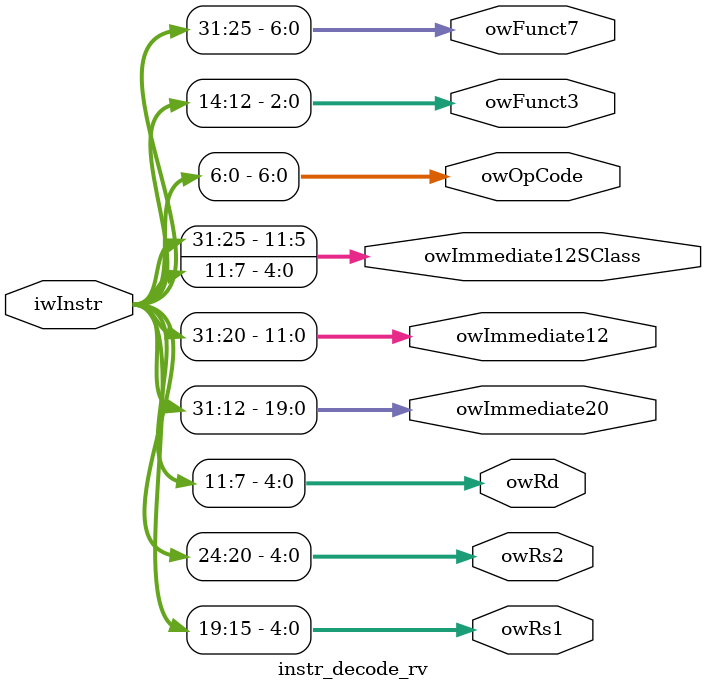
<source format=v>
module instr_decode_rv(
	input wire [31:0]iwInstr,

	output wire [4:0]owRs1,
	output wire [4:0]owRs2,
	output wire [4:0]owRd,

	output wire [19:0]owImmediate20,
	output wire [11:0]owImmediate12,
	output wire [11:0]owImmediate12SClass,

	output wire [6:0]owOpCode,
	output wire [2:0]owFunct3,
	output wire [6:0]owFunct7
);

assign owRs1 = iwInstr[19:15];
assign owRs2 = iwInstr[24:20];
assign owRd = iwInstr[11:7];
assign owImmediate20 = iwInstr[31:12];
assign owImmediate12 = iwInstr[31:20];
assign owImmediate12SClass = {iwInstr[31:25], iwInstr[11:7]};
assign owOpCode = iwInstr[6:0];
assign owFunct3 = iwInstr[14:12];
assign owFunct7 = iwInstr[31:25];

endmodule

</source>
